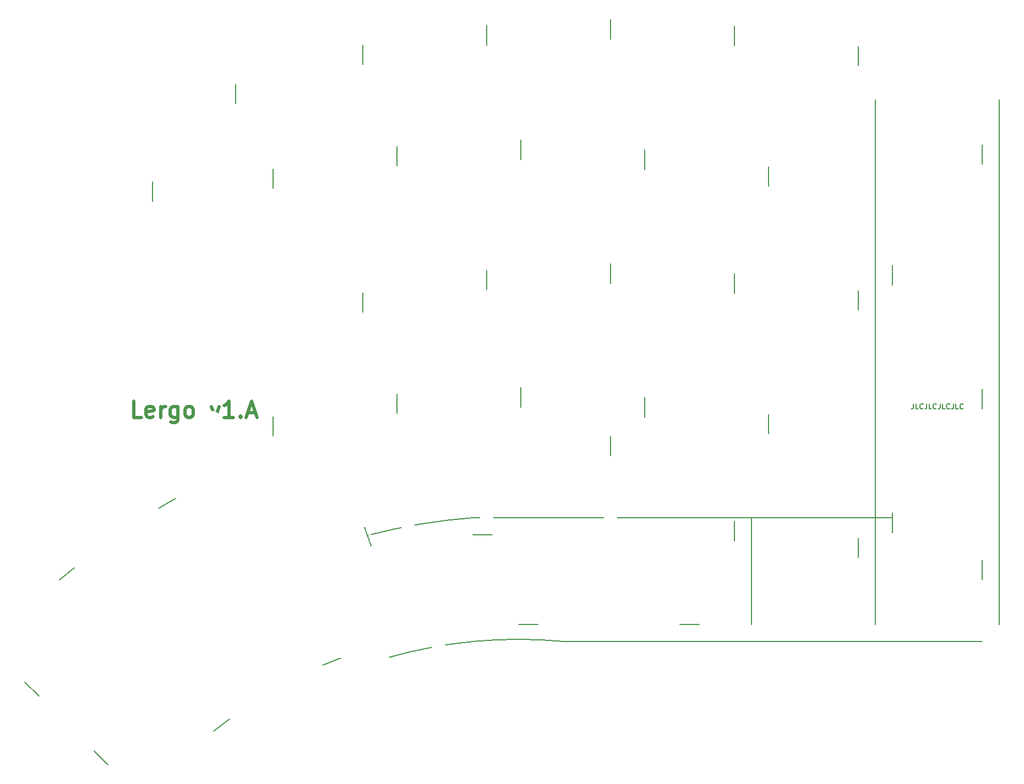
<source format=gto>
%TF.GenerationSoftware,KiCad,Pcbnew,5.1.12-84ad8e8a86~92~ubuntu20.04.1*%
%TF.CreationDate,2021-11-17T23:27:18+01:00*%
%TF.ProjectId,LergoTopPlate_FR4_Rails_LessRouting,4c657267-6f54-46f7-9050-6c6174655f46,v1.A*%
%TF.SameCoordinates,Original*%
%TF.FileFunction,Legend,Top*%
%TF.FilePolarity,Positive*%
%FSLAX46Y46*%
G04 Gerber Fmt 4.6, Leading zero omitted, Abs format (unit mm)*
G04 Created by KiCad (PCBNEW 5.1.12-84ad8e8a86~92~ubuntu20.04.1) date 2021-11-17 23:27:18*
%MOMM*%
%LPD*%
G01*
G04 APERTURE LIST*
%ADD10C,0.150000*%
%ADD11C,0.500000*%
%ADD12C,0.200000*%
%ADD13C,0.500000*%
%ADD14C,2.200000*%
%ADD15C,1.000000*%
%ADD16C,2.000000*%
%ADD17C,5.300000*%
%ADD18C,1.200000*%
%ADD19C,2.500000*%
G04 APERTURE END LIST*
D10*
X197625000Y-125043750D02*
X197625000Y-108595000D01*
X141915117Y-130076376D02*
G75*
G02*
X168683749Y-127645001I19845264J-69917224D01*
G01*
X138601923Y-111306885D02*
G75*
G02*
X154836250Y-108595000I23158458J-88686715D01*
G01*
X154836250Y-108595000D02*
X219276250Y-108595000D01*
X233123750Y-127645000D02*
X168683750Y-127645000D01*
X216675000Y-44276250D02*
X216675000Y-125043750D01*
X235725000Y-125043750D02*
X235725000Y-44276250D01*
D11*
X103804761Y-93155952D02*
X102614285Y-93155952D01*
X102614285Y-90655952D01*
X105590476Y-93036904D02*
X105352380Y-93155952D01*
X104876190Y-93155952D01*
X104638095Y-93036904D01*
X104519047Y-92798809D01*
X104519047Y-91846428D01*
X104638095Y-91608333D01*
X104876190Y-91489285D01*
X105352380Y-91489285D01*
X105590476Y-91608333D01*
X105709523Y-91846428D01*
X105709523Y-92084523D01*
X104519047Y-92322619D01*
X106780952Y-93155952D02*
X106780952Y-91489285D01*
X106780952Y-91965476D02*
X106900000Y-91727380D01*
X107019047Y-91608333D01*
X107257142Y-91489285D01*
X107495238Y-91489285D01*
X109400000Y-91489285D02*
X109400000Y-93513095D01*
X109280952Y-93751190D01*
X109161904Y-93870238D01*
X108923809Y-93989285D01*
X108566666Y-93989285D01*
X108328571Y-93870238D01*
X109400000Y-93036904D02*
X109161904Y-93155952D01*
X108685714Y-93155952D01*
X108447619Y-93036904D01*
X108328571Y-92917857D01*
X108209523Y-92679761D01*
X108209523Y-91965476D01*
X108328571Y-91727380D01*
X108447619Y-91608333D01*
X108685714Y-91489285D01*
X109161904Y-91489285D01*
X109400000Y-91608333D01*
X110947619Y-93155952D02*
X110709523Y-93036904D01*
X110590476Y-92917857D01*
X110471428Y-92679761D01*
X110471428Y-91965476D01*
X110590476Y-91727380D01*
X110709523Y-91608333D01*
X110947619Y-91489285D01*
X111304761Y-91489285D01*
X111542857Y-91608333D01*
X111661904Y-91727380D01*
X111780952Y-91965476D01*
X111780952Y-92679761D01*
X111661904Y-92917857D01*
X111542857Y-93036904D01*
X111304761Y-93155952D01*
X110947619Y-93155952D01*
X114519047Y-91489285D02*
X115114285Y-93155952D01*
X115709523Y-91489285D01*
X117971428Y-93155952D02*
X116542857Y-93155952D01*
X117257142Y-93155952D02*
X117257142Y-90655952D01*
X117019047Y-91013095D01*
X116780952Y-91251190D01*
X116542857Y-91370238D01*
X119042857Y-92917857D02*
X119161904Y-93036904D01*
X119042857Y-93155952D01*
X118923809Y-93036904D01*
X119042857Y-92917857D01*
X119042857Y-93155952D01*
X120114285Y-92441666D02*
X121304761Y-92441666D01*
X119876190Y-93155952D02*
X120709523Y-90655952D01*
X121542857Y-93155952D01*
D12*
X96499017Y-144486324D02*
X98620337Y-146607645D01*
X85892415Y-133879723D02*
X88013736Y-136001043D01*
X106441344Y-107178216D02*
X109039420Y-105678216D01*
X91164541Y-118194341D02*
X93462675Y-116265978D01*
X134454511Y-130151708D02*
X131682872Y-131299758D01*
X164760001Y-125020001D02*
X161760001Y-125020001D01*
X117308524Y-139598791D02*
X114928464Y-141425075D01*
X124050000Y-96010000D02*
X124050000Y-93010000D01*
X138089855Y-110061495D02*
X139066560Y-112898051D01*
X137850000Y-73960000D02*
X137850000Y-76960000D01*
X124050000Y-57910000D02*
X124050000Y-54910000D01*
X137850000Y-35860000D02*
X137850000Y-38860000D01*
X154760000Y-111220000D02*
X157760000Y-111220000D01*
X189600000Y-125020000D02*
X186600000Y-125020000D01*
X181200000Y-93090000D02*
X181200000Y-90090000D01*
X195000000Y-109140000D02*
X195000000Y-112140000D01*
X195000000Y-71040000D02*
X195000000Y-74040000D01*
X181200000Y-54990000D02*
X181200000Y-51990000D01*
X195000000Y-32940000D02*
X195000000Y-35940000D01*
X143100000Y-92510000D02*
X143100000Y-89510000D01*
X156900000Y-70460000D02*
X156900000Y-73460000D01*
X143100000Y-54410000D02*
X143100000Y-51410000D01*
X156900000Y-32860000D02*
X156900000Y-35860000D01*
X162150000Y-91550000D02*
X162150000Y-88550000D01*
X175950000Y-96070000D02*
X175950000Y-99070000D01*
X175950000Y-69500000D02*
X175950000Y-72500000D01*
X162150000Y-53450000D02*
X162150000Y-50450000D01*
X175950000Y-31900000D02*
X175950000Y-34900000D01*
X200250000Y-95670000D02*
X200250000Y-92670000D01*
X200250000Y-57570000D02*
X200250000Y-54570000D01*
X214050000Y-111720000D02*
X214050000Y-114720000D01*
X214050000Y-73620000D02*
X214050000Y-76620000D01*
X214050000Y-36020000D02*
X214050000Y-39020000D01*
X233100000Y-115120000D02*
X233100000Y-118120000D01*
X219300000Y-110850000D02*
X219300000Y-107850000D01*
X219300000Y-72750000D02*
X219300000Y-69750000D01*
X233100000Y-88800000D02*
X233100000Y-91800000D01*
X233100000Y-51200000D02*
X233100000Y-54200000D01*
X105500000Y-56887500D02*
X105500000Y-59887500D01*
X118300000Y-41887500D02*
X118300000Y-44887500D01*
D10*
X222504761Y-91061904D02*
X222504761Y-91633333D01*
X222466666Y-91747619D01*
X222390476Y-91823809D01*
X222276190Y-91861904D01*
X222200000Y-91861904D01*
X223266666Y-91861904D02*
X222885714Y-91861904D01*
X222885714Y-91061904D01*
X223990476Y-91785714D02*
X223952380Y-91823809D01*
X223838095Y-91861904D01*
X223761904Y-91861904D01*
X223647619Y-91823809D01*
X223571428Y-91747619D01*
X223533333Y-91671428D01*
X223495238Y-91519047D01*
X223495238Y-91404761D01*
X223533333Y-91252380D01*
X223571428Y-91176190D01*
X223647619Y-91100000D01*
X223761904Y-91061904D01*
X223838095Y-91061904D01*
X223952380Y-91100000D01*
X223990476Y-91138095D01*
X224561904Y-91061904D02*
X224561904Y-91633333D01*
X224523809Y-91747619D01*
X224447619Y-91823809D01*
X224333333Y-91861904D01*
X224257142Y-91861904D01*
X225323809Y-91861904D02*
X224942857Y-91861904D01*
X224942857Y-91061904D01*
X226047619Y-91785714D02*
X226009523Y-91823809D01*
X225895238Y-91861904D01*
X225819047Y-91861904D01*
X225704761Y-91823809D01*
X225628571Y-91747619D01*
X225590476Y-91671428D01*
X225552380Y-91519047D01*
X225552380Y-91404761D01*
X225590476Y-91252380D01*
X225628571Y-91176190D01*
X225704761Y-91100000D01*
X225819047Y-91061904D01*
X225895238Y-91061904D01*
X226009523Y-91100000D01*
X226047619Y-91138095D01*
X226619047Y-91061904D02*
X226619047Y-91633333D01*
X226580952Y-91747619D01*
X226504761Y-91823809D01*
X226390476Y-91861904D01*
X226314285Y-91861904D01*
X227380952Y-91861904D02*
X227000000Y-91861904D01*
X227000000Y-91061904D01*
X228104761Y-91785714D02*
X228066666Y-91823809D01*
X227952380Y-91861904D01*
X227876190Y-91861904D01*
X227761904Y-91823809D01*
X227685714Y-91747619D01*
X227647619Y-91671428D01*
X227609523Y-91519047D01*
X227609523Y-91404761D01*
X227647619Y-91252380D01*
X227685714Y-91176190D01*
X227761904Y-91100000D01*
X227876190Y-91061904D01*
X227952380Y-91061904D01*
X228066666Y-91100000D01*
X228104761Y-91138095D01*
X228676190Y-91061904D02*
X228676190Y-91633333D01*
X228638095Y-91747619D01*
X228561904Y-91823809D01*
X228447619Y-91861904D01*
X228371428Y-91861904D01*
X229438095Y-91861904D02*
X229057142Y-91861904D01*
X229057142Y-91061904D01*
X230161904Y-91785714D02*
X230123809Y-91823809D01*
X230009523Y-91861904D01*
X229933333Y-91861904D01*
X229819047Y-91823809D01*
X229742857Y-91747619D01*
X229704761Y-91671428D01*
X229666666Y-91519047D01*
X229666666Y-91404761D01*
X229704761Y-91252380D01*
X229742857Y-91176190D01*
X229819047Y-91100000D01*
X229933333Y-91061904D01*
X230009523Y-91061904D01*
X230123809Y-91100000D01*
X230161904Y-91138095D01*
%LPC*%
D13*
X97312190Y-145794472D03*
X86705588Y-135187870D03*
D14*
X138917245Y-131422627D03*
X134142390Y-112413135D03*
X149488850Y-128767223D03*
D15*
X144713995Y-109757730D03*
D14*
X120645220Y-117880052D03*
X130445220Y-134854150D03*
X111205544Y-123330052D03*
X121005544Y-140304150D03*
X106945463Y-152886146D03*
X93086171Y-139026854D03*
X114652927Y-145178682D03*
X100793635Y-131319390D03*
X93475079Y-139415762D03*
X79615787Y-125556470D03*
X101182543Y-131708298D03*
X87323251Y-117849006D03*
X124530162Y-110278553D03*
X114730162Y-93304455D03*
X133969838Y-104828553D03*
X124169838Y-87854455D03*
D13*
X107565382Y-106125107D03*
X92088632Y-116962044D03*
X133202631Y-131049091D03*
X163260001Y-125370001D03*
X116331560Y-140789607D03*
X123700000Y-94510000D03*
X138909139Y-111365824D03*
X138200000Y-75460000D03*
X123700000Y-56410000D03*
X138200000Y-37360000D03*
X156260000Y-110870000D03*
X188100000Y-125370000D03*
X180850000Y-91590000D03*
X195350000Y-110640000D03*
X195350000Y-72540000D03*
X180850000Y-53490000D03*
X195350000Y-34440000D03*
X142750000Y-91010000D03*
X157250000Y-71960000D03*
X142750000Y-52910000D03*
X157250000Y-34360000D03*
X161800000Y-90050000D03*
X176300000Y-97570000D03*
X176300000Y-71000000D03*
X161800000Y-51950000D03*
X176300000Y-33400000D03*
X199900000Y-94170000D03*
X199900000Y-56070000D03*
X214400000Y-113220000D03*
X214400000Y-75120000D03*
X214400000Y-37520000D03*
X233450000Y-116620000D03*
X218950000Y-109350000D03*
X218950000Y-71250000D03*
X233450000Y-90300000D03*
X233450000Y-52700000D03*
X118650000Y-43387500D03*
X105150000Y-58387500D03*
D16*
X103756250Y-84581250D03*
X120043750Y-30157500D03*
X120043750Y-67912500D03*
X103756250Y-67912500D03*
X103756250Y-30157500D03*
X120043750Y-84581250D03*
D17*
X98638899Y-34932171D03*
X98638899Y-159529137D03*
X232220381Y-136740000D03*
X232220381Y-37928844D03*
D16*
X175973750Y-108595000D03*
X156923750Y-108575000D03*
X144793444Y-109920811D03*
X105500000Y-99000000D03*
X157143750Y-21659375D03*
D18*
X223818750Y-38103125D03*
X219056250Y-33340625D03*
D19*
X221437500Y-35721875D03*
M02*

</source>
